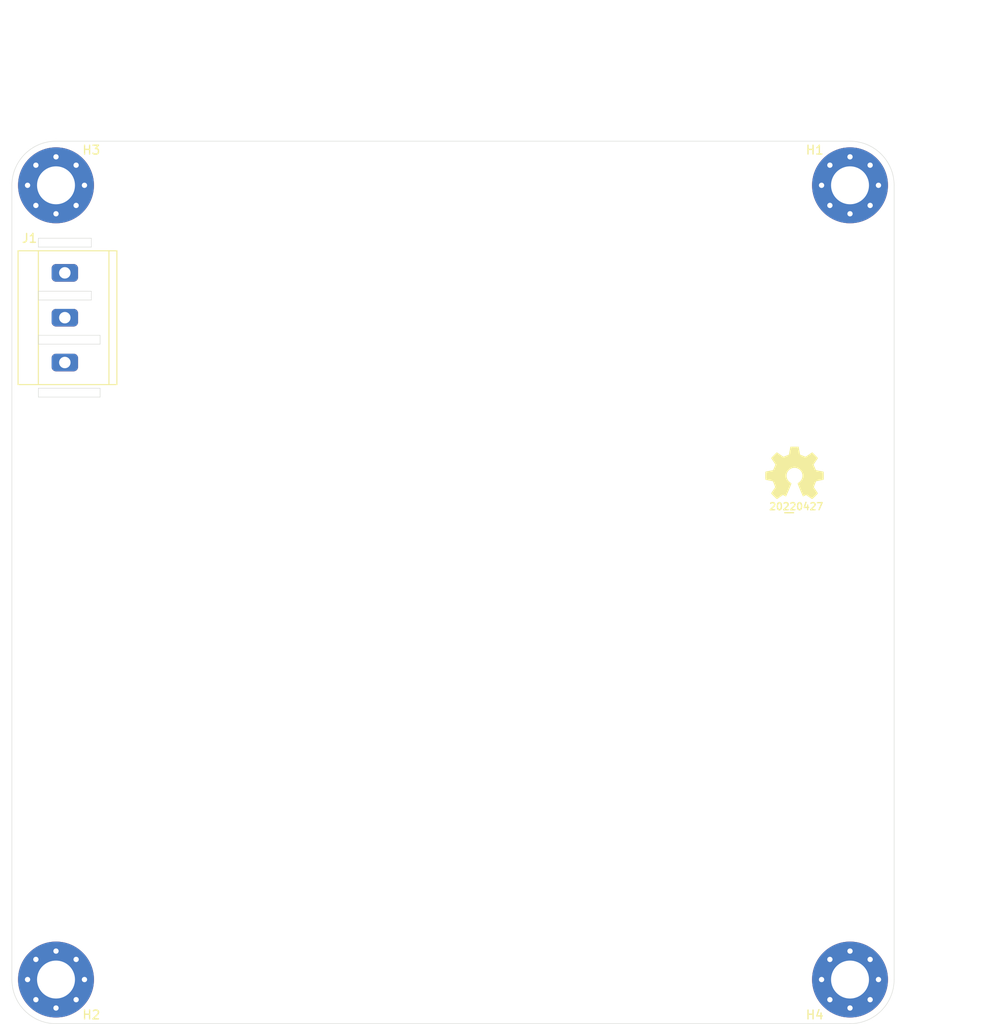
<source format=kicad_pcb>
(kicad_pcb (version 20171130) (host pcbnew 5.99.0+really5.1.10+dfsg1-1)

  (general
    (thickness 1.6)
    (drawings 28)
    (tracks 0)
    (zones 0)
    (modules 7)
    (nets 4)
  )

  (page A4)
  (layers
    (0 F.Cu signal)
    (31 B.Cu signal)
    (32 B.Adhes user)
    (33 F.Adhes user)
    (34 B.Paste user)
    (35 F.Paste user)
    (36 B.SilkS user)
    (37 F.SilkS user)
    (38 B.Mask user)
    (39 F.Mask user)
    (40 Dwgs.User user)
    (41 Cmts.User user)
    (42 Eco1.User user)
    (43 Eco2.User user)
    (44 Edge.Cuts user)
    (45 Margin user)
    (46 B.CrtYd user)
    (47 F.CrtYd user)
    (48 B.Fab user)
    (49 F.Fab user)
  )

  (setup
    (last_trace_width 0.2)
    (user_trace_width 0.2)
    (user_trace_width 0.3)
    (user_trace_width 0.4)
    (user_trace_width 0.6)
    (user_trace_width 0.8)
    (user_trace_width 1)
    (user_trace_width 1.2)
    (user_trace_width 1.4)
    (user_trace_width 1.6)
    (user_trace_width 2)
    (trace_clearance 0.2)
    (zone_clearance 0.508)
    (zone_45_only no)
    (trace_min 0.1)
    (via_size 0.6)
    (via_drill 0.3)
    (via_min_size 0.5)
    (via_min_drill 0.3)
    (user_via 0.6 0.3)
    (user_via 0.7 0.4)
    (user_via 0.8 0.5)
    (user_via 0.9 0.6)
    (user_via 1.1 0.8)
    (user_via 1.4 1)
    (user_via 1.6 1.2)
    (user_via 1.8 1.4)
    (user_via 2 1.6)
    (user_via 2.5 2)
    (uvia_size 0.3)
    (uvia_drill 0.1)
    (uvias_allowed no)
    (uvia_min_size 0.2)
    (uvia_min_drill 0.1)
    (edge_width 0.05)
    (segment_width 0.2)
    (pcb_text_width 0.3)
    (pcb_text_size 1.5 1.5)
    (mod_edge_width 0.12)
    (mod_text_size 0.8 0.8)
    (mod_text_width 0.12)
    (pad_size 1.524 1.524)
    (pad_drill 0.762)
    (pad_to_mask_clearance 0)
    (pad_to_paste_clearance_ratio -0.1)
    (aux_axis_origin 0 0)
    (visible_elements FFFFFF7F)
    (pcbplotparams
      (layerselection 0x010fc_ffffffff)
      (usegerberextensions false)
      (usegerberattributes true)
      (usegerberadvancedattributes true)
      (creategerberjobfile true)
      (excludeedgelayer true)
      (linewidth 0.100000)
      (plotframeref false)
      (viasonmask false)
      (mode 1)
      (useauxorigin false)
      (hpglpennumber 1)
      (hpglpenspeed 20)
      (hpglpendiameter 15.000000)
      (psnegative false)
      (psa4output false)
      (plotreference true)
      (plotvalue true)
      (plotinvisibletext false)
      (padsonsilk false)
      (subtractmaskfromsilk false)
      (outputformat 1)
      (mirror false)
      (drillshape 1)
      (scaleselection 1)
      (outputdirectory ""))
  )

  (net 0 "")
  (net 1 Earth)
  (net 2 /N_in)
  (net 3 /L_in)

  (net_class Default "This is the default net class."
    (clearance 0.2)
    (trace_width 0.2)
    (via_dia 0.6)
    (via_drill 0.3)
    (uvia_dia 0.3)
    (uvia_drill 0.1)
    (add_net /L_in)
    (add_net /N_in)
    (add_net Earth)
  )

  (module SquantorPhoenixContact:MKDS_3conn_508pitch_1711725 (layer F.Cu) (tedit 608C18A6) (tstamp 608C79EA)
    (at 56 70 270)
    (descr "Phoenix Contact 3 contact PCB terminal block - MKDS 3/ 2-5,08 - 1711725 ")
    (tags "PhoenixContact 3connections MKDS")
    (path /608C1B5D)
    (fp_text reference J1 (at -9 4 180) (layer F.SilkS)
      (effects (font (size 1 1) (thickness 0.15)))
    )
    (fp_text value Conn_01x03 (at 0 6.5 90) (layer F.Fab)
      (effects (font (size 1 1) (thickness 0.15)))
    )
    (fp_line (start -7.58 5.3) (end 7.58 5.3) (layer F.SilkS) (width 0.12))
    (fp_line (start 7.58 5.3) (end 7.58 -5.9) (layer F.SilkS) (width 0.12))
    (fp_line (start -7.58 3) (end 7.58 3) (layer F.SilkS) (width 0.12))
    (fp_line (start -7.58 -5) (end 7.58 -5) (layer F.SilkS) (width 0.12))
    (fp_line (start -7.58 -5.9) (end -7.58 5.3) (layer F.SilkS) (width 0.12))
    (fp_line (start 7.58 -5.9) (end -7.58 -5.9) (layer F.SilkS) (width 0.12))
    (fp_line (start 7.58 5.3) (end 7.58 -5.9) (layer F.Fab) (width 0.12))
    (fp_line (start 7.58 -5.9) (end -7.58 -5.9) (layer F.Fab) (width 0.12))
    (fp_line (start -7.58 -5.9) (end -7.58 5.3) (layer F.Fab) (width 0.12))
    (fp_line (start -7.58 5.3) (end 7.58 5.3) (layer F.Fab) (width 0.12))
    (fp_line (start -7.58 3) (end 7.58 3) (layer F.Fab) (width 0.12))
    (fp_line (start -7.58 -5) (end 7.58 -5) (layer F.Fab) (width 0.12))
    (fp_line (start -8 5.7) (end 8 5.7) (layer F.CrtYd) (width 0.05))
    (fp_line (start 8 5.7) (end 8 -6.3) (layer F.CrtYd) (width 0.05))
    (fp_line (start 8 -6.3) (end -8 -6.3) (layer F.CrtYd) (width 0.05))
    (fp_line (start -8 -6.3) (end -8 5.7) (layer F.CrtYd) (width 0.05))
    (pad 3 thru_hole roundrect (at 5.08 0 270) (size 2 3) (drill 1.3) (layers *.Cu *.Mask) (roundrect_rratio 0.25)
      (net 2 /N_in))
    (pad 1 thru_hole roundrect (at -5.08 0 270) (size 2 3) (drill 1.3) (layers *.Cu *.Mask) (roundrect_rratio 0.25)
      (net 3 /L_in))
    (pad 2 thru_hole roundrect (at 0 0 270) (size 2 3) (drill 1.3) (layers *.Cu *.Mask) (roundrect_rratio 0.25)
      (net 1 Earth))
  )

  (module MountingHole:MountingHole_4.3mm_M4_Pad_Via (layer F.Cu) (tedit 56DDBFD7) (tstamp 608C79D3)
    (at 145 145)
    (descr "Mounting Hole 4.3mm, M4")
    (tags "mounting hole 4.3mm m4")
    (path /608C6056)
    (attr virtual)
    (fp_text reference H4 (at -4 4) (layer F.SilkS)
      (effects (font (size 1 1) (thickness 0.15)))
    )
    (fp_text value M4 (at -4 4) (layer F.Fab)
      (effects (font (size 1 1) (thickness 0.15)))
    )
    (fp_circle (center 0 0) (end 4.3 0) (layer Cmts.User) (width 0.15))
    (fp_circle (center 0 0) (end 4.55 0) (layer F.CrtYd) (width 0.05))
    (fp_text user %R (at 0.3 0) (layer F.Fab)
      (effects (font (size 1 1) (thickness 0.15)))
    )
    (pad 1 thru_hole circle (at 2.280419 -2.280419) (size 0.9 0.9) (drill 0.6) (layers *.Cu *.Mask)
      (net 1 Earth))
    (pad 1 thru_hole circle (at 0 -3.225) (size 0.9 0.9) (drill 0.6) (layers *.Cu *.Mask)
      (net 1 Earth))
    (pad 1 thru_hole circle (at -2.280419 -2.280419) (size 0.9 0.9) (drill 0.6) (layers *.Cu *.Mask)
      (net 1 Earth))
    (pad 1 thru_hole circle (at -3.225 0) (size 0.9 0.9) (drill 0.6) (layers *.Cu *.Mask)
      (net 1 Earth))
    (pad 1 thru_hole circle (at -2.280419 2.280419) (size 0.9 0.9) (drill 0.6) (layers *.Cu *.Mask)
      (net 1 Earth))
    (pad 1 thru_hole circle (at 0 3.225) (size 0.9 0.9) (drill 0.6) (layers *.Cu *.Mask)
      (net 1 Earth))
    (pad 1 thru_hole circle (at 2.280419 2.280419) (size 0.9 0.9) (drill 0.6) (layers *.Cu *.Mask)
      (net 1 Earth))
    (pad 1 thru_hole circle (at 3.225 0) (size 0.9 0.9) (drill 0.6) (layers *.Cu *.Mask)
      (net 1 Earth))
    (pad 1 thru_hole circle (at 0 0) (size 8.6 8.6) (drill 4.3) (layers *.Cu *.Mask)
      (net 1 Earth))
  )

  (module MountingHole:MountingHole_4.3mm_M4_Pad_Via (layer F.Cu) (tedit 56DDBFD7) (tstamp 608C79C3)
    (at 55 55)
    (descr "Mounting Hole 4.3mm, M4")
    (tags "mounting hole 4.3mm m4")
    (path /608C6409)
    (attr virtual)
    (fp_text reference H3 (at 4 -4) (layer F.SilkS)
      (effects (font (size 1 1) (thickness 0.15)))
    )
    (fp_text value M4 (at 4 -4) (layer F.Fab)
      (effects (font (size 1 1) (thickness 0.15)))
    )
    (fp_circle (center 0 0) (end 4.3 0) (layer Cmts.User) (width 0.15))
    (fp_circle (center 0 0) (end 4.55 0) (layer F.CrtYd) (width 0.05))
    (fp_text user %R (at 0.3 0) (layer F.Fab)
      (effects (font (size 1 1) (thickness 0.15)))
    )
    (pad 1 thru_hole circle (at 2.280419 -2.280419) (size 0.9 0.9) (drill 0.6) (layers *.Cu *.Mask)
      (net 1 Earth))
    (pad 1 thru_hole circle (at 0 -3.225) (size 0.9 0.9) (drill 0.6) (layers *.Cu *.Mask)
      (net 1 Earth))
    (pad 1 thru_hole circle (at -2.280419 -2.280419) (size 0.9 0.9) (drill 0.6) (layers *.Cu *.Mask)
      (net 1 Earth))
    (pad 1 thru_hole circle (at -3.225 0) (size 0.9 0.9) (drill 0.6) (layers *.Cu *.Mask)
      (net 1 Earth))
    (pad 1 thru_hole circle (at -2.280419 2.280419) (size 0.9 0.9) (drill 0.6) (layers *.Cu *.Mask)
      (net 1 Earth))
    (pad 1 thru_hole circle (at 0 3.225) (size 0.9 0.9) (drill 0.6) (layers *.Cu *.Mask)
      (net 1 Earth))
    (pad 1 thru_hole circle (at 2.280419 2.280419) (size 0.9 0.9) (drill 0.6) (layers *.Cu *.Mask)
      (net 1 Earth))
    (pad 1 thru_hole circle (at 3.225 0) (size 0.9 0.9) (drill 0.6) (layers *.Cu *.Mask)
      (net 1 Earth))
    (pad 1 thru_hole circle (at 0 0) (size 8.6 8.6) (drill 4.3) (layers *.Cu *.Mask)
      (net 1 Earth))
  )

  (module MountingHole:MountingHole_4.3mm_M4_Pad_Via (layer F.Cu) (tedit 56DDBFD7) (tstamp 608C79B3)
    (at 55 145)
    (descr "Mounting Hole 4.3mm, M4")
    (tags "mounting hole 4.3mm m4")
    (path /608C5B2A)
    (attr virtual)
    (fp_text reference H2 (at 4 4) (layer F.SilkS)
      (effects (font (size 1 1) (thickness 0.15)))
    )
    (fp_text value M4 (at 4 4) (layer F.Fab)
      (effects (font (size 1 1) (thickness 0.15)))
    )
    (fp_circle (center 0 0) (end 4.3 0) (layer Cmts.User) (width 0.15))
    (fp_circle (center 0 0) (end 4.55 0) (layer F.CrtYd) (width 0.05))
    (fp_text user %R (at 0.3 0) (layer F.Fab)
      (effects (font (size 1 1) (thickness 0.15)))
    )
    (pad 1 thru_hole circle (at 2.280419 -2.280419) (size 0.9 0.9) (drill 0.6) (layers *.Cu *.Mask)
      (net 1 Earth))
    (pad 1 thru_hole circle (at 0 -3.225) (size 0.9 0.9) (drill 0.6) (layers *.Cu *.Mask)
      (net 1 Earth))
    (pad 1 thru_hole circle (at -2.280419 -2.280419) (size 0.9 0.9) (drill 0.6) (layers *.Cu *.Mask)
      (net 1 Earth))
    (pad 1 thru_hole circle (at -3.225 0) (size 0.9 0.9) (drill 0.6) (layers *.Cu *.Mask)
      (net 1 Earth))
    (pad 1 thru_hole circle (at -2.280419 2.280419) (size 0.9 0.9) (drill 0.6) (layers *.Cu *.Mask)
      (net 1 Earth))
    (pad 1 thru_hole circle (at 0 3.225) (size 0.9 0.9) (drill 0.6) (layers *.Cu *.Mask)
      (net 1 Earth))
    (pad 1 thru_hole circle (at 2.280419 2.280419) (size 0.9 0.9) (drill 0.6) (layers *.Cu *.Mask)
      (net 1 Earth))
    (pad 1 thru_hole circle (at 3.225 0) (size 0.9 0.9) (drill 0.6) (layers *.Cu *.Mask)
      (net 1 Earth))
    (pad 1 thru_hole circle (at 0 0) (size 8.6 8.6) (drill 4.3) (layers *.Cu *.Mask)
      (net 1 Earth))
  )

  (module MountingHole:MountingHole_4.3mm_M4_Pad_Via (layer F.Cu) (tedit 56DDBFD7) (tstamp 608C79A3)
    (at 145 55)
    (descr "Mounting Hole 4.3mm, M4")
    (tags "mounting hole 4.3mm m4")
    (path /608C4817)
    (attr virtual)
    (fp_text reference H1 (at -4 -4) (layer F.SilkS)
      (effects (font (size 1 1) (thickness 0.15)))
    )
    (fp_text value M4 (at -4 -4) (layer F.Fab)
      (effects (font (size 1 1) (thickness 0.15)))
    )
    (fp_circle (center 0 0) (end 4.3 0) (layer Cmts.User) (width 0.15))
    (fp_circle (center 0 0) (end 4.55 0) (layer F.CrtYd) (width 0.05))
    (fp_text user %R (at 0.3 0) (layer F.Fab)
      (effects (font (size 1 1) (thickness 0.15)))
    )
    (pad 1 thru_hole circle (at 2.280419 -2.280419) (size 0.9 0.9) (drill 0.6) (layers *.Cu *.Mask)
      (net 1 Earth))
    (pad 1 thru_hole circle (at 0 -3.225) (size 0.9 0.9) (drill 0.6) (layers *.Cu *.Mask)
      (net 1 Earth))
    (pad 1 thru_hole circle (at -2.280419 -2.280419) (size 0.9 0.9) (drill 0.6) (layers *.Cu *.Mask)
      (net 1 Earth))
    (pad 1 thru_hole circle (at -3.225 0) (size 0.9 0.9) (drill 0.6) (layers *.Cu *.Mask)
      (net 1 Earth))
    (pad 1 thru_hole circle (at -2.280419 2.280419) (size 0.9 0.9) (drill 0.6) (layers *.Cu *.Mask)
      (net 1 Earth))
    (pad 1 thru_hole circle (at 0 3.225) (size 0.9 0.9) (drill 0.6) (layers *.Cu *.Mask)
      (net 1 Earth))
    (pad 1 thru_hole circle (at 2.280419 2.280419) (size 0.9 0.9) (drill 0.6) (layers *.Cu *.Mask)
      (net 1 Earth))
    (pad 1 thru_hole circle (at 3.225 0) (size 0.9 0.9) (drill 0.6) (layers *.Cu *.Mask)
      (net 1 Earth))
    (pad 1 thru_hole circle (at 0 0) (size 8.6 8.6) (drill 4.3) (layers *.Cu *.Mask)
      (net 1 Earth))
  )

  (module Symbol:OSHW-Symbol_6.7x6mm_SilkScreen (layer F.Cu) (tedit 0) (tstamp 5EE12086)
    (at 138.7 87.6)
    (descr "Open Source Hardware Symbol")
    (tags "Logo Symbol OSHW")
    (path /5EE13678)
    (attr virtual)
    (fp_text reference N2 (at 0 0) (layer F.SilkS) hide
      (effects (font (size 1 1) (thickness 0.15)))
    )
    (fp_text value OHWLOGO (at 0.75 0) (layer F.Fab) hide
      (effects (font (size 1 1) (thickness 0.15)))
    )
    (fp_poly (pts (xy 0.555814 -2.531069) (xy 0.639635 -2.086445) (xy 0.94892 -1.958947) (xy 1.258206 -1.831449)
      (xy 1.629246 -2.083754) (xy 1.733157 -2.154004) (xy 1.827087 -2.216728) (xy 1.906652 -2.269062)
      (xy 1.96747 -2.308143) (xy 2.005157 -2.331107) (xy 2.015421 -2.336058) (xy 2.03391 -2.323324)
      (xy 2.07342 -2.288118) (xy 2.129522 -2.234938) (xy 2.197787 -2.168282) (xy 2.273786 -2.092646)
      (xy 2.353092 -2.012528) (xy 2.431275 -1.932426) (xy 2.503907 -1.856836) (xy 2.566559 -1.790255)
      (xy 2.614803 -1.737182) (xy 2.64421 -1.702113) (xy 2.651241 -1.690377) (xy 2.641123 -1.66874)
      (xy 2.612759 -1.621338) (xy 2.569129 -1.552807) (xy 2.513218 -1.467785) (xy 2.448006 -1.370907)
      (xy 2.410219 -1.31565) (xy 2.341343 -1.214752) (xy 2.28014 -1.123701) (xy 2.229578 -1.04703)
      (xy 2.192628 -0.989272) (xy 2.172258 -0.954957) (xy 2.169197 -0.947746) (xy 2.176136 -0.927252)
      (xy 2.195051 -0.879487) (xy 2.223087 -0.811168) (xy 2.257391 -0.729011) (xy 2.295109 -0.63973)
      (xy 2.333387 -0.550042) (xy 2.36937 -0.466662) (xy 2.400206 -0.396306) (xy 2.423039 -0.34569)
      (xy 2.435017 -0.321529) (xy 2.435724 -0.320578) (xy 2.454531 -0.315964) (xy 2.504618 -0.305672)
      (xy 2.580793 -0.290713) (xy 2.677865 -0.272099) (xy 2.790643 -0.250841) (xy 2.856442 -0.238582)
      (xy 2.97695 -0.215638) (xy 3.085797 -0.193805) (xy 3.177476 -0.174278) (xy 3.246481 -0.158252)
      (xy 3.287304 -0.146921) (xy 3.295511 -0.143326) (xy 3.303548 -0.118994) (xy 3.310033 -0.064041)
      (xy 3.31497 0.015108) (xy 3.318364 0.112026) (xy 3.320218 0.220287) (xy 3.320538 0.333465)
      (xy 3.319327 0.445135) (xy 3.31659 0.548868) (xy 3.312331 0.638241) (xy 3.306555 0.706826)
      (xy 3.299267 0.748197) (xy 3.294895 0.75681) (xy 3.268764 0.767133) (xy 3.213393 0.781892)
      (xy 3.136107 0.799352) (xy 3.04423 0.81778) (xy 3.012158 0.823741) (xy 2.857524 0.852066)
      (xy 2.735375 0.874876) (xy 2.641673 0.89308) (xy 2.572384 0.907583) (xy 2.523471 0.919292)
      (xy 2.490897 0.929115) (xy 2.470628 0.937956) (xy 2.458626 0.946724) (xy 2.456947 0.948457)
      (xy 2.440184 0.976371) (xy 2.414614 1.030695) (xy 2.382788 1.104777) (xy 2.34726 1.191965)
      (xy 2.310583 1.285608) (xy 2.275311 1.379052) (xy 2.243996 1.465647) (xy 2.219193 1.53874)
      (xy 2.203454 1.591678) (xy 2.199332 1.617811) (xy 2.199676 1.618726) (xy 2.213641 1.640086)
      (xy 2.245322 1.687084) (xy 2.291391 1.754827) (xy 2.348518 1.838423) (xy 2.413373 1.932982)
      (xy 2.431843 1.959854) (xy 2.497699 2.057275) (xy 2.55565 2.146163) (xy 2.602538 2.221412)
      (xy 2.635207 2.27792) (xy 2.6505 2.310581) (xy 2.651241 2.314593) (xy 2.638392 2.335684)
      (xy 2.602888 2.377464) (xy 2.549293 2.435445) (xy 2.482171 2.505135) (xy 2.406087 2.582045)
      (xy 2.325604 2.661683) (xy 2.245287 2.739561) (xy 2.169699 2.811186) (xy 2.103405 2.87207)
      (xy 2.050969 2.917721) (xy 2.016955 2.94365) (xy 2.007545 2.947883) (xy 1.985643 2.937912)
      (xy 1.9408 2.91102) (xy 1.880321 2.871736) (xy 1.833789 2.840117) (xy 1.749475 2.782098)
      (xy 1.649626 2.713784) (xy 1.549473 2.645579) (xy 1.495627 2.609075) (xy 1.313371 2.4858)
      (xy 1.160381 2.56852) (xy 1.090682 2.604759) (xy 1.031414 2.632926) (xy 0.991311 2.648991)
      (xy 0.981103 2.651226) (xy 0.968829 2.634722) (xy 0.944613 2.588082) (xy 0.910263 2.515609)
      (xy 0.867588 2.421606) (xy 0.818394 2.310374) (xy 0.76449 2.186215) (xy 0.707684 2.053432)
      (xy 0.649782 1.916327) (xy 0.592593 1.779202) (xy 0.537924 1.646358) (xy 0.487584 1.522098)
      (xy 0.44338 1.410725) (xy 0.407119 1.316539) (xy 0.380609 1.243844) (xy 0.365658 1.196941)
      (xy 0.363254 1.180833) (xy 0.382311 1.160286) (xy 0.424036 1.126933) (xy 0.479706 1.087702)
      (xy 0.484378 1.084599) (xy 0.628264 0.969423) (xy 0.744283 0.835053) (xy 0.83143 0.685784)
      (xy 0.888699 0.525913) (xy 0.915086 0.359737) (xy 0.909585 0.191552) (xy 0.87119 0.025655)
      (xy 0.798895 -0.133658) (xy 0.777626 -0.168513) (xy 0.666996 -0.309263) (xy 0.536302 -0.422286)
      (xy 0.390064 -0.506997) (xy 0.232808 -0.562806) (xy 0.069057 -0.589126) (xy -0.096667 -0.58537)
      (xy -0.259838 -0.55095) (xy -0.415935 -0.485277) (xy -0.560433 -0.387765) (xy -0.605131 -0.348187)
      (xy -0.718888 -0.224297) (xy -0.801782 -0.093876) (xy -0.858644 0.052315) (xy -0.890313 0.197088)
      (xy -0.898131 0.35986) (xy -0.872062 0.52344) (xy -0.814755 0.682298) (xy -0.728856 0.830906)
      (xy -0.617014 0.963735) (xy -0.481877 1.075256) (xy -0.464117 1.087011) (xy -0.40785 1.125508)
      (xy -0.365077 1.158863) (xy -0.344628 1.18016) (xy -0.344331 1.180833) (xy -0.348721 1.203871)
      (xy -0.366124 1.256157) (xy -0.394732 1.33339) (xy -0.432735 1.431268) (xy -0.478326 1.545491)
      (xy -0.529697 1.671758) (xy -0.585038 1.805767) (xy -0.642542 1.943218) (xy -0.700399 2.079808)
      (xy -0.756802 2.211237) (xy -0.809942 2.333205) (xy -0.85801 2.441409) (xy -0.899199 2.531549)
      (xy -0.931699 2.599323) (xy -0.953703 2.64043) (xy -0.962564 2.651226) (xy -0.98964 2.642819)
      (xy -1.040303 2.620272) (xy -1.105817 2.587613) (xy -1.141841 2.56852) (xy -1.294832 2.4858)
      (xy -1.477088 2.609075) (xy -1.570125 2.672228) (xy -1.671985 2.741727) (xy -1.767438 2.807165)
      (xy -1.81525 2.840117) (xy -1.882495 2.885273) (xy -1.939436 2.921057) (xy -1.978646 2.942938)
      (xy -1.991381 2.947563) (xy -2.009917 2.935085) (xy -2.050941 2.900252) (xy -2.110475 2.846678)
      (xy -2.184542 2.777983) (xy -2.269165 2.697781) (xy -2.322685 2.646286) (xy -2.416319 2.554286)
      (xy -2.497241 2.471999) (xy -2.562177 2.402945) (xy -2.607858 2.350644) (xy -2.631011 2.318616)
      (xy -2.633232 2.312116) (xy -2.622924 2.287394) (xy -2.594439 2.237405) (xy -2.550937 2.167212)
      (xy -2.495577 2.081875) (xy -2.43152 1.986456) (xy -2.413303 1.959854) (xy -2.346927 1.863167)
      (xy -2.287378 1.776117) (xy -2.237984 1.703595) (xy -2.202075 1.650493) (xy -2.182981 1.621703)
      (xy -2.181136 1.618726) (xy -2.183895 1.595782) (xy -2.198538 1.545336) (xy -2.222513 1.474041)
      (xy -2.253266 1.388547) (xy -2.288244 1.295507) (xy -2.324893 1.201574) (xy -2.360661 1.113399)
      (xy -2.392994 1.037634) (xy -2.419338 0.980931) (xy -2.437142 0.949943) (xy -2.438407 0.948457)
      (xy -2.449294 0.939601) (xy -2.467682 0.930843) (xy -2.497606 0.921277) (xy -2.543103 0.909996)
      (xy -2.608209 0.896093) (xy -2.696961 0.878663) (xy -2.813393 0.856798) (xy -2.961542 0.829591)
      (xy -2.993618 0.823741) (xy -3.088686 0.805374) (xy -3.171565 0.787405) (xy -3.23493 0.771569)
      (xy -3.271458 0.7596) (xy -3.276356 0.75681) (xy -3.284427 0.732072) (xy -3.290987 0.67679)
      (xy -3.296033 0.597389) (xy -3.299559 0.500296) (xy -3.301561 0.391938) (xy -3.302036 0.27874)
      (xy -3.300977 0.167128) (xy -3.298382 0.063529) (xy -3.294246 -0.025632) (xy -3.288563 -0.093928)
      (xy -3.281331 -0.134934) (xy -3.276971 -0.143326) (xy -3.252698 -0.151792) (xy -3.197426 -0.165565)
      (xy -3.116662 -0.18345) (xy -3.015912 -0.204252) (xy -2.900683 -0.226777) (xy -2.837902 -0.238582)
      (xy -2.718787 -0.260849) (xy -2.612565 -0.281021) (xy -2.524427 -0.298085) (xy -2.459566 -0.311031)
      (xy -2.423174 -0.318845) (xy -2.417184 -0.320578) (xy -2.407061 -0.34011) (xy -2.385662 -0.387157)
      (xy -2.355839 -0.454997) (xy -2.320445 -0.536909) (xy -2.282332 -0.626172) (xy -2.244353 -0.716065)
      (xy -2.20936 -0.799865) (xy -2.180206 -0.870853) (xy -2.159743 -0.922306) (xy -2.150823 -0.947503)
      (xy -2.150657 -0.948604) (xy -2.160769 -0.968481) (xy -2.189117 -1.014223) (xy -2.232723 -1.081283)
      (xy -2.288606 -1.165116) (xy -2.353787 -1.261174) (xy -2.391679 -1.31635) (xy -2.460725 -1.417519)
      (xy -2.52205 -1.50937) (xy -2.572663 -1.587256) (xy -2.609571 -1.646531) (xy -2.629782 -1.682549)
      (xy -2.632701 -1.690623) (xy -2.620153 -1.709416) (xy -2.585463 -1.749543) (xy -2.533063 -1.806507)
      (xy -2.467384 -1.875815) (xy -2.392856 -1.952969) (xy -2.313913 -2.033475) (xy -2.234983 -2.112837)
      (xy -2.1605 -2.18656) (xy -2.094894 -2.250148) (xy -2.042596 -2.299106) (xy -2.008039 -2.328939)
      (xy -1.996478 -2.336058) (xy -1.977654 -2.326047) (xy -1.932631 -2.297922) (xy -1.865787 -2.254546)
      (xy -1.781499 -2.198782) (xy -1.684144 -2.133494) (xy -1.610707 -2.083754) (xy -1.239667 -1.831449)
      (xy -0.621095 -2.086445) (xy -0.537275 -2.531069) (xy -0.453454 -2.975693) (xy 0.471994 -2.975693)
      (xy 0.555814 -2.531069)) (layer F.SilkS) (width 0.01))
  )

  (module SquantorLabels:Label_Generic (layer F.Cu) (tedit 5D8A7D4C) (tstamp 5EE12051)
    (at 138.1 91.5)
    (descr "Label for general purpose use")
    (tags Label)
    (path /5EE12BF3)
    (attr smd)
    (fp_text reference N1 (at 0 1.85) (layer F.Fab) hide
      (effects (font (size 1 1) (thickness 0.15)))
    )
    (fp_text value 20220427 (at 0.8 -0.1) (layer F.SilkS)
      (effects (font (size 0.8 0.8) (thickness 0.15)))
    )
    (fp_line (start -0.5 0.6) (end 0.5 0.6) (layer F.SilkS) (width 0.15))
  )

  (dimension 100 (width 0.15) (layer Dwgs.User)
    (gr_text "100,000 mm" (at 159.3 100 90) (layer Dwgs.User)
      (effects (font (size 1 1) (thickness 0.15)))
    )
    (feature1 (pts (xy 145 50) (xy 158.586421 50)))
    (feature2 (pts (xy 145 150) (xy 158.586421 150)))
    (crossbar (pts (xy 158 150) (xy 158 50)))
    (arrow1a (pts (xy 158 50) (xy 158.586421 51.126504)))
    (arrow1b (pts (xy 158 50) (xy 157.413579 51.126504)))
    (arrow2a (pts (xy 158 150) (xy 158.586421 148.873496)))
    (arrow2b (pts (xy 158 150) (xy 157.413579 148.873496)))
  )
  (dimension 90 (width 0.15) (layer Dwgs.User)
    (gr_text "90,000 mm" (at 154.8 100 270) (layer Dwgs.User)
      (effects (font (size 1 1) (thickness 0.15)))
    )
    (feature1 (pts (xy 145 145) (xy 154.086421 145)))
    (feature2 (pts (xy 145 55) (xy 154.086421 55)))
    (crossbar (pts (xy 153.5 55) (xy 153.5 145)))
    (arrow1a (pts (xy 153.5 145) (xy 152.913579 143.873496)))
    (arrow1b (pts (xy 153.5 145) (xy 154.086421 143.873496)))
    (arrow2a (pts (xy 153.5 55) (xy 152.913579 56.126504)))
    (arrow2b (pts (xy 153.5 55) (xy 154.086421 56.126504)))
  )
  (dimension 100 (width 0.15) (layer Dwgs.User)
    (gr_text "100,000 mm" (at 100 34.7) (layer Dwgs.User)
      (effects (font (size 1 1) (thickness 0.15)))
    )
    (feature1 (pts (xy 150 56) (xy 150 35.413579)))
    (feature2 (pts (xy 50 56) (xy 50 35.413579)))
    (crossbar (pts (xy 50 36) (xy 150 36)))
    (arrow1a (pts (xy 150 36) (xy 148.873496 36.586421)))
    (arrow1b (pts (xy 150 36) (xy 148.873496 35.413579)))
    (arrow2a (pts (xy 50 36) (xy 51.126504 36.586421)))
    (arrow2b (pts (xy 50 36) (xy 51.126504 35.413579)))
  )
  (dimension 90 (width 0.15) (layer Dwgs.User)
    (gr_text "90,000 mm" (at 100 39.7) (layer Dwgs.User)
      (effects (font (size 1 1) (thickness 0.15)))
    )
    (feature1 (pts (xy 145 55) (xy 145 40.413579)))
    (feature2 (pts (xy 55 55) (xy 55 40.413579)))
    (crossbar (pts (xy 55 41) (xy 145 41)))
    (arrow1a (pts (xy 145 41) (xy 143.873496 41.586421)))
    (arrow1b (pts (xy 145 41) (xy 143.873496 40.413579)))
    (arrow2a (pts (xy 55 41) (xy 56.126504 41.586421)))
    (arrow2b (pts (xy 55 41) (xy 56.126504 40.413579)))
  )
  (gr_line (start 53 61) (end 53 62) (layer Edge.Cuts) (width 0.05) (tstamp 608C7D2F))
  (gr_line (start 59 61) (end 53 61) (layer Edge.Cuts) (width 0.05))
  (gr_line (start 59 62) (end 59 61) (layer Edge.Cuts) (width 0.05))
  (gr_line (start 53 62) (end 59 62) (layer Edge.Cuts) (width 0.05))
  (gr_line (start 53 79) (end 60 79) (layer Edge.Cuts) (width 0.05) (tstamp 608C7C84))
  (gr_line (start 53 78) (end 53 79) (layer Edge.Cuts) (width 0.05))
  (gr_line (start 60 78) (end 53 78) (layer Edge.Cuts) (width 0.05))
  (gr_line (start 60 79) (end 60 78) (layer Edge.Cuts) (width 0.05))
  (gr_line (start 53 73) (end 53 72) (layer Edge.Cuts) (width 0.05) (tstamp 608C7C5A))
  (gr_line (start 60 73) (end 53 73) (layer Edge.Cuts) (width 0.05))
  (gr_line (start 60 72) (end 60 73) (layer Edge.Cuts) (width 0.05))
  (gr_line (start 53 72) (end 60 72) (layer Edge.Cuts) (width 0.05))
  (gr_line (start 53 67) (end 53 68) (layer Edge.Cuts) (width 0.05) (tstamp 608C7C59))
  (gr_line (start 59 67) (end 53 67) (layer Edge.Cuts) (width 0.05))
  (gr_line (start 59 68) (end 59 67) (layer Edge.Cuts) (width 0.05))
  (gr_line (start 53 68) (end 59 68) (layer Edge.Cuts) (width 0.05))
  (gr_arc (start 55 145) (end 55 150) (angle 90) (layer Edge.Cuts) (width 0.05) (tstamp 608C7AF5))
  (gr_arc (start 145 145) (end 150 145) (angle 90) (layer Edge.Cuts) (width 0.05) (tstamp 608C7AF0))
  (gr_arc (start 145 55) (end 145 50) (angle 90) (layer Edge.Cuts) (width 0.05) (tstamp 608C7AEB))
  (gr_arc (start 55 55) (end 50 55) (angle 90) (layer Edge.Cuts) (width 0.05))
  (gr_line (start 50 145) (end 50 55) (layer Edge.Cuts) (width 0.05) (tstamp 608C7A4E))
  (gr_line (start 145 150) (end 55 150) (layer Edge.Cuts) (width 0.05))
  (gr_line (start 150 55) (end 150 145) (layer Edge.Cuts) (width 0.05))
  (gr_line (start 55 50) (end 145 50) (layer Edge.Cuts) (width 0.05))

)

</source>
